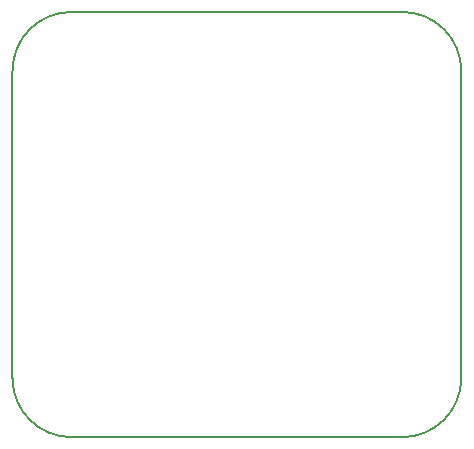
<source format=gm1>
G04 #@! TF.GenerationSoftware,KiCad,Pcbnew,(5.1.2-1)-1*
G04 #@! TF.CreationDate,2019-10-04T22:48:54-06:00*
G04 #@! TF.ProjectId,USBCBreakout,55534243-4272-4656-916b-6f75742e6b69,rev?*
G04 #@! TF.SameCoordinates,Original*
G04 #@! TF.FileFunction,Profile,NP*
%FSLAX46Y46*%
G04 Gerber Fmt 4.6, Leading zero omitted, Abs format (unit mm)*
G04 Created by KiCad (PCBNEW (5.1.2-1)-1) date 2019-10-04 22:48:54*
%MOMM*%
%LPD*%
G04 APERTURE LIST*
%ADD10C,0.200000*%
G04 APERTURE END LIST*
D10*
X114012416Y-76290592D02*
X86012416Y-76290592D01*
X86012416Y-76290592D02*
G75*
G02X81012416Y-71290592I0J5000000D01*
G01*
X119012416Y-71290592D02*
G75*
G02X114012416Y-76290592I-5000000J0D01*
G01*
X119012416Y-45290592D02*
X119012416Y-71290592D01*
X114012416Y-40290592D02*
G75*
G02X119012416Y-45290592I0J-5000000D01*
G01*
X86012416Y-40290592D02*
X114012416Y-40290592D01*
X81012416Y-45290592D02*
G75*
G02X86012416Y-40290592I5000000J0D01*
G01*
X81012416Y-45290592D02*
X81012416Y-71290592D01*
M02*

</source>
